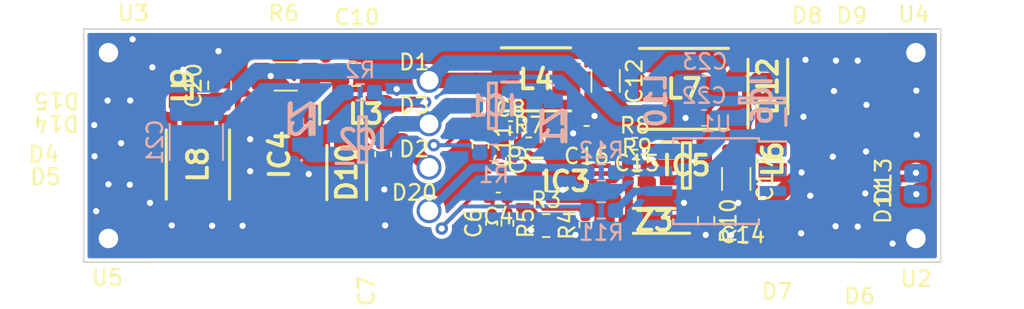
<source format=kicad_pcb>
(kicad_pcb (version 20211014) (generator pcbnew)
  (layers (0 "F.Cu" signal) (1 "In1.Cu" signal) (2 "In2.Cu" signal) (31 "B.Cu" signal) (34 "B.Paste" user) (35 "F.Paste" user) (36 "B.SilkS" user "B.Silkscreen") (37 "F.SilkS" user "F.Silkscreen") (38 "B.Mask" user) (39 "F.Mask" user) (44 "Edge.Cuts" user))
  (net 0 "")
  (net 1 "GND")
  (net 2 "Net-(C11-Pad1)")
  (net 3 "Net-(C4-Pad1)")
  (net 4 "Net-(C4-Pad2)")
  (net 5 "Net-(C6-Pad1)")
  (net 6 "Net-(C7-Pad1)")
  (net 7 "Net-(C8-Pad2)")
  (net 8 "Net-(C9-Pad2)")
  (net 9 "Net-(C10-Pad1)")
  (net 10 "Net-(C12-Pad1)")
  (net 11 "Net-(C14-Pad1)")
  (net 12 "Net-(C15-Pad1)")
  (net 13 "Net-(C17-Pad1)")
  (net 14 "Net-(C20-Pad1)")
  (net 15 "Net-(C22-Pad1)")
  (net 16 "Net-(C23-Pad1)")
  (net 17 "Net-(D3-Pad1)")
  (net 18 "Net-(D4-Pad1)")
  (net 19 "Net-(D5-Pad1)")
  (net 20 "Net-(D7-Pad1)")
  (net 21 "Net-(D10-Pad2)")
  (net 22 "Net-(D11-Pad1)")
  (net 23 "Net-(D12-Pad2)")
  (net 24 "Net-(D13-Pad1)")
  (net 25 "Net-(D15-Pad1)")
  (net 26 "Net-(D20-Pad1)")
  (net 27 "Net-(IC1-Pad1)")
  (net 28 "Net-(IC2-Pad1)")
  (net 29 "Net-(IC3-Pad3)")
  (net 30 "Net-(IC3-Pad8)")
  (net 33 "Net-(IC5-Pad1)")
  (net 34 "Net-(IC5-Pad2)")
  (net 35 "Net-(R11-Pad2)")
  (net 36 "Net-(R12-Pad1)")
  (net 41 "Net-(C16-Pad1)")
  (footprint "libraries:Wire_Pad_01" (layer "F.Cu") (at 102.9716 103.6574 180)
    (fp_text reference "D15")
    (fp_text value "Wire_Pad_01")
  )
  (footprint "Capacitor_SMD:C_0603_1608Metric_Pad1.08x0.95mm_HandSolder" (layer "F.Cu") (at 132.2832 105.801 180)
    (fp_text reference "C16")
    (fp_text value "C")
  )
  (footprint "libraries:INDPM5752X300N" (layer "F.Cu") (at 138.5316 102.9054)
    (fp_text reference "L7")
    (fp_text value "SRP7050AA-220M" hide)
  )
  (footprint "libraries:SOIC127P600X175-9N" (layer "F.Cu") (at 112.5728 107.1372 -90)
    (fp_text reference "IC4")
    (fp_text value "PAM2863ECR" hide)
  )
  (footprint "libraries:INDC2016X80N" (layer "F.Cu") (at 117.856 104.267 180)
    (fp_text reference "L3")
    (fp_text value "SRP4020TA-100M" hide)
  )
  (footprint "Resistor_SMD:R_0603_1608Metric_Pad0.98x0.95mm_HandSolder" (layer "F.Cu") (at 139.954 111.389 -90)
    (fp_text reference "R10")
    (fp_text value "R")
  )
  (footprint "Capacitor_SMD:C_0402_1005Metric_Pad0.74x0.62mm_HandSolder" (layer "F.Cu") (at 126.746 107.452 -90)
    (fp_text reference "C9")
    (fp_text value "C")
  )
  (footprint "mount_holes:Hole_screw_M1p2" (layer "F.Cu") (at 153.416 112.522)
    (fp_text reference "U2")
    (fp_text value "Mounting_Hole_M2")
  )
  (footprint "Capacitor_SMD:C_0805_2012Metric_Pad1.18x1.45mm_HandSolder" (layer "F.Cu") (at 117.5004 101.981)
    (fp_text reference "C10")
    (fp_text value "C")
  )
  (footprint "Resistor_SMD:R_0402_1005Metric_Pad0.72x0.64mm_HandSolder" (layer "F.Cu") (at 127.2032 111.5447 -90)
    (fp_text reference "R5")
    (fp_text value "R")
  )
  (footprint "libraries:Wire_Pad_01" (layer "F.Cu") (at 102.9716 109.0422)
    (fp_text reference "D5")
    (fp_text value "Wire_Pad_01")
  )
  (footprint "libraries:Wire_Pad_01" (layer "F.Cu") (at 148.2598 111.7092)
    (fp_text reference "D7")
    (fp_text value "Wire_Pad_01")
  )
  (footprint "libraries:SOP50P490X110-11N" (layer "F.Cu") (at 130.937 108.849)
    (fp_text reference "IC3")
    (fp_text value "TPS40211QDGQRQ1" hide)
  )
  (footprint "libraries:WireHole_1p2" (layer "F.Cu") (at 122.174 105.156)
    (fp_text reference "D3")
    (fp_text value "WireHole_1p5")
  )
  (footprint "libraries:WireHole_1p2" (layer "F.Cu") (at 122.174 102.362)
    (fp_text reference "D1")
    (fp_text value "WireHole_1p5")
  )
  (footprint "libraries:Wire_Pad_01" (layer "F.Cu") (at 153.416 108.331 90)
    (fp_text reference "D13")
    (fp_text value "Wire_Pad_01")
  )
  (footprint "Resistor_SMD:R_0402_1005Metric_Pad0.72x0.64mm_HandSolder" (layer "F.Cu") (at 135.509 107.833)
    (fp_text reference "R9")
    (fp_text value "R")
  )
  (footprint "libraries:INDPM4441X200N" (layer "F.Cu") (at 129.032 102.2958)
    (fp_text reference "L4")
    (fp_text value "SRP5030T-100M" hide)
  )
  (footprint "libraries:Wire_Pad_01" (layer "F.Cu") (at 101.5746 103.6574 180)
    (fp_text reference "D14")
    (fp_text value "Wire_Pad_01")
  )
  (footprint "libraries:SODFL4626X120N" (layer "F.Cu") (at 116.8908 108.2802 -90)
    (fp_text reference "D10")
    (fp_text value "SS36" hide)
  )
  (footprint "libraries:WireHole_1p2" (layer "F.Cu") (at 122.174 107.95)
    (fp_text reference "D2")
    (fp_text value "WireHole_1p5")
  )
  (footprint "libraries:INDPM4441X200N" (layer "F.Cu") (at 107.3404 107.7722 90)
    (fp_text reference "L8")
    (fp_text value "SRP4020TA-100M" hide)
  )
  (footprint "Resistor_SMD:R_1206_3216Metric_Pad1.30x1.75mm_HandSolder" (layer "F.Cu") (at 112.9792 102.108)
    (fp_text reference "R6")
    (fp_text value "R")
  )
  (footprint "libraries:SOT95P251X112-3N" (layer "F.Cu") (at 138.684 107.833)
    (fp_text reference "IC5")
    (fp_text value "FDN8601" hide)
  )
  (footprint "Capacitor_SMD:C_0603_1608Metric_Pad1.08x0.95mm_HandSolder" (layer "F.Cu") (at 142.4432 112.3034 180)
    (fp_text reference "C14")
    (fp_text value "C")
  )
  (footprint "Capacitor_SMD:C_1206_3216Metric_Pad1.33x1.80mm_HandSolder" (layer "F.Cu") (at 133.5024 102.3974 -90)
    (fp_text reference "C12")
    (fp_text value "C")
  )
  (footprint "Capacitor_SMD:C_0402_1005Metric_Pad0.74x0.62mm_HandSolder" (layer "F.Cu") (at 126.619 109.9312 180)
    (fp_text reference "C4")
    (fp_text value "C")
  )
  (footprint "libraries:Wire_Pad_01" (layer "F.Cu") (at 149.6822 111.7346)
    (fp_text reference "D6")
    (fp_text value "Wire_Pad_01")
  )
  (footprint "Capacitor_SMD:C_0402_1005Metric_Pad0.74x0.62mm_HandSolder" (layer "F.Cu") (at 126.1872 111.5314 90)
    (fp_text reference "C6")
    (fp_text value "C")
  )
  (footprint "libraries:INDC2016X80N" (layer "F.Cu") (at 106.3752 102.6922 90)
    (fp_text reference "L9")
    (fp_text value "TFM201610ALC-R47MTAA" hide)
  )
  (footprint "libraries:Wire_Pad_01" (layer "F.Cu") (at 101.6 109.0422)
    (fp_text reference "D4")
    (fp_text value "Wire_Pad_01")
  )
  (footprint "Capacitor_SMD:C_0402_1005Metric_Pad0.74x0.62mm_HandSolder" (layer "F.Cu") (at 127.4064 105.3438)
    (fp_text reference "C8")
    (fp_text value "C")
  )
  (footprint "mount_holes:Hole_screw_M1p2" (layer "F.Cu") (at 101.6 112.522)
    (fp_text reference "U5")
    (fp_text value "Mounting_Hole_M2")
  )
  (footprint "Capacitor_SMD:C_0603_1608Metric_Pad1.08x0.95mm_HandSolder" (layer "F.Cu") (at 119.2276 107.1118 -90)
    (fp_text reference "C7")
    (fp_text value "C")
  )
  (footprint "mount_holes:Hole_screw_M1p2" (layer "F.Cu") (at 153.416 100.584)
    (fp_text reference "U4")
    (fp_text value "Mounting_Hole_M2")
  )
  (footprint "mount_holes:Hole_screw_M1p2" (layer "F.Cu") (at 101.6 100.584)
    (fp_text reference "U3")
    (fp_text value "Mounting_Hole_M2")
  )
  (footprint "Resistor_SMD:R_0402_1005Metric_Pad0.72x0.64mm_HandSolder" (layer "F.Cu") (at 135.382 106.436)
    (fp_text reference "R8")
    (fp_text value "R")
  )
  (footprint "libraries:WireHole_1p2" (layer "F.Cu") (at 122.174 110.744)
    (fp_text reference "D20")
    (fp_text value "WireHole_1p5")
  )
  (footprint "Resistor_SMD:R_0402_1005Metric_Pad0.72x0.64mm_HandSolder" (layer "F.Cu") (at 128.5748 106.4106)
    (fp_text reference "R7")
    (fp_text value "R")
  )
  (footprint "libraries:Wire_Pad_01" (layer "F.Cu") (at 148.2598 101.092)
    (fp_text reference "D8")
    (fp_text value "Wire_Pad_01")
  )
  (footprint "libraries:SOD3616X130N" (layer "F.Cu") (at 136.6196 111.389 180)
    (fp_text reference "Z3")
    (fp_text value "BZT52-C5V1J" hide)
  )
  (footprint "Capacitor_SMD:C_0805_2012Metric_Pad1.18x1.45mm_HandSolder" (layer "F.Cu") (at 108.7374 102.6922 90)
    (fp_text reference "C20")
    (fp_text value "C")
  )
  (footprint "Capacitor_SMD:C_0402_1005Metric_Pad0.74x0.62mm_HandSolder" (layer "F.Cu") (at 135.509 108.849)
    (fp_text reference "C15")
    (fp_text value "C")
  )
  (footprint "libraries:Wire_Pad_01" (layer "F.Cu") (at 153.3906 109.6772 90)
    (fp_text reference "D11")
    (fp_text value "Wire_Pad_01")
  )
  (footprint "libraries:Wire_Pad_01" (layer "F.Cu") (at 149.7076 101.092)
    (fp_text reference "D9")
    (fp_text value "Wire_Pad_01")
  )
  (footprint "libraries:SODFL4626X120N" (layer "F.Cu") (at 143.9164 102.753 90)
    (fp_text reference "D12")
    (fp_text value "SS36" hide)
  )
  (footprint "Resistor_SMD:R_0402_1005Metric_Pad0.72x0.64mm_HandSolder" (layer "F.Cu") (at 132.207 111.643 90)
    (fp_text reference "R4")
    (fp_text value "R")
  )
  (footprint "Capacitor_SMD:C_0603_1608Metric_Pad1.08x0.95mm_HandSolder" (layer "F.Cu") (at 125.476 106.563 -90)
    (fp_text reference "C11")
    (fp_text value "C")
  )
  (footprint "Capacitor_SMD:C_1206_3216Metric_Pad1.33x1.80mm_HandSolder" (layer "F.Cu") (at 141.8844 108.6966 -90)
    (fp_text reference "C17")
    (fp_text value "C")
  )
  (footprint "libraries:INDC2016X80N" (layer "F.Cu") (at 144.2212 107.4266 90)
    (fp_text reference "L6")
    (fp_text value "TFM201610ALC-R47MTAA" hide)
  )
  (footprint "Resistor_SMD:R_0805_2012Metric_Pad1.20x1.40mm_HandSolder" (layer "F.Cu") (at 129.6924 111.6938)
    (fp_text reference "R3")
    (fp_text value "R")
  )
  (footprint "Resistor_SMD:R_0603_1608Metric_Pad0.98x0.95mm_HandSolder" (layer "B.Cu") (at 126.3415 107.0102)
    (fp_text reference "R1")
    (fp_text value "R")
  )
  (footprint "Capacitor_SMD:C_1812_4532Metric_Pad1.57x3.40mm_HandSolder" (layer "B.Cu") (at 107.2388 106.3244 -90)
    (fp_text reference "C21")
    (fp_text value "C")
  )
  (footprint "Capacitor_SMD:C_0603_1608Metric_Pad1.08x0.95mm_HandSolder" (layer "B.Cu") (at 139.827 104.775 180)
    (fp_text reference "C22")
    (fp_text value "C")
  )
  (footprint "Resistor_SMD:R_0603_1608Metric_Pad0.98x0.95mm_HandSolder" (layer "B.Cu") (at 133.223 108.2802 180)
    (fp_text reference "R12")
    (fp_text value "R")
  )
  (footprint "libraries:SOT95P251X112-3N" (layer "B.Cu") (at 117.9068 106.172)
    (fp_text reference "IC2")
    (fp_text value "FDN8601" hide)
  )
  (footprint "libraries:INDC2016X80N" (layer "B.Cu") (at 136.7282 103.6574 90)
    (fp_text reference "L10")
    (fp_text value "TFM201610ALC-R47MTAA" hide)
  )
  (footprint "libraries:SOT95P251X112-3N" (layer "B.Cu") (at 126.24055 103.9978 180)
    (fp_text reference "IC1")
    (fp_text value "FDN8601" hide)
  )
  (footprint "Package_SO:SOIC-8W_5.3x5.3mm_P1.27mm" (layer "B.Cu") (at 140.589 108.839 180)
    (fp_text reference "U1")
    (fp_text value "ATtiny25-20S")
  )
  (footprint "libraries:BZT52C12J" (layer "B.Cu") (at 130.15215 105.3186 -90)
    (fp_text reference "Z1")
    (fp_text value "BZT52-C12J" hide)
  )
  (footprint "Resistor_SMD:R_0603_1608Metric_Pad0.98x0.95mm_HandSolder" (layer "B.Cu") (at 117.7544 103.124 180)
    (fp_text reference "R2")
    (fp_text value "R")
  )
  (footprint "libraries:BZT52C12J" (layer "B.Cu") (at 113.9952 104.8512 90)
    (fp_text reference "Z2")
    (fp_text value "BZT52-C12J" hide)
  )
  (footprint "Resistor_SMD:R_0603_1608Metric_Pad0.98x0.95mm_HandSolder" (layer "B.Cu") (at 133.223 110.7186)
    (fp_text reference "R11")
    (fp_text value "R")
  )
  (footprint "Capacitor_SMD:C_0603_1608Metric_Pad1.08x0.95mm_HandSolder" (layer "B.Cu") (at 139.8778 102.5906 180)
    (fp_text reference "C23")
    (fp_text value "C")
  )
  (footprint "libraries:SOT96P240X110-3N" (layer "B.Cu") (at 143.5354 103.6574 90)
    (fp_text reference "IC6")
    (fp_text value "ZXTR2105FQ-7" hide)
  )
  (gr_line (start 100.008 114.046) (end 155.008 114.046) (layer "Edge.Cuts") (width 0.1))
  (gr_line (start 155.008 114.046) (end 155.008 99.06) (layer "Edge.Cuts") (width 0.1))
  (gr_line (start 100.008 99.06) (end 155.008 99.06) (layer "Edge.Cuts") (width 0.1))
  (gr_line (start 100.008 99.06) (end 100.008 114.046) (layer "Edge.Cuts") (width 0.1))
  (via (at 130.7592 109.3978) (size 0.8) (drill 0.4) (layers "F.Cu" "B.Cu") (net 1))
  (via (at 114.4524 108.3818) (size 0.8) (drill 0.4) (layers "F.Cu" "B.Cu") (net 1))
  (via (at 128.7272 111.9886) (size 0.8) (drill 0.4) (layers "F.Cu" "B.Cu") (net 1))
  (via (at 146.05 112.1918) (size 0.8) (drill 0.4) (layers "F.Cu" "B.Cu") (net 1))
  (via (at 146.3294 101.0412) (size 0.8) (drill 0.4) (layers "F.Cu" "B.Cu") (net 1))
  (via (at 138.5316 110.236) (size 0.8) (drill 0.4) (layers "F.Cu" "B.Cu") (net 1))
  (via (at 110.6932 108.204) (size 0.8) (drill 0.4) (layers "F.Cu" "B.Cu") (net 1))
  (via (at 146.2024 104.6988) (size 0.8) (drill 0.4) (layers "F.Cu" "B.Cu") (net 1))
  (via (at 100.6856 105.2322) (size 0.8) (drill 0.4) (layers "F.Cu" "B.Cu") (net 1))
  (via (at 131.4196 105.7656) (size 0.8) (drill 0.4) (layers "F.Cu" "B.Cu") (net 1))
  (via (at 150.241 103.9368) (size 0.8) (drill 0.4) (layers "F.Cu" "B.Cu") (net 1))
  (via (at 104.267 110.236) (size 0.8) (drill 0.4) (layers "F.Cu" "B.Cu") (net 1))
  (via (at 119.3546 111.6838) (size 0.8) (drill 0.4) (layers "F.Cu" "B.Cu") (net 1))
  (via (at 139.9286 112.2934) (size 0.8) (drill 0.4) (layers "F.Cu" "B.Cu") (net 1))
  (via (at 104.4194 101.5238) (size 0.8) (drill 0.4) (layers "F.Cu" "B.Cu") (net 1))
  (via (at 108.6612 100.4824) (size 0.8) (drill 0.4) (layers "F.Cu" "B.Cu") (net 1))
  (via (at 151.9174 112.8522) (size 0.8) (drill 0.4) (layers "F.Cu" "B.Cu") (net 1))
  (via (at 105.664 111.6838) (size 0.8) (drill 0.4) (layers "F.Cu" "B.Cu") (net 1))
  (via (at 153.4414 103.0224) (size 0.8) (drill 0.4) (layers "F.Cu" "B.Cu") (net 1))
  (via (at 103.1494 99.7204) (size 0.8) (drill 0.4) (layers "F.Cu" "B.Cu") (net 1))
  (via (at 110.2106 111.7092) (size 0.8) (drill 0.4) (layers "F.Cu" "B.Cu") (net 1))
  (via (at 150.2156 106.934) (size 0.8) (drill 0.4) (layers "F.Cu" "B.Cu") (net 1))
  (via (at 141.5542 112.3188) (size 0.8) (drill 0.4) (layers "F.Cu" "B.Cu") (net 1))
  (via (at 102.4128 106.4006) (size 0.8) (drill 0.4) (layers "F.Cu" "B.Cu") (net 1))
  (via (at 110.6932 106.1466) (size 0.8) (drill 0.4) (layers "F.Cu" "B.Cu") (net 1))
  (via (at 148.082 107.2642) (size 0.8) (drill 0.4) (layers "F.Cu" "B.Cu") (net 1))
  (via (at 153.4668 105.8672) (size 0.8) (drill 0.4) (layers "F.Cu" "B.Cu") (net 1))
  (via (at 100.711 107.2388) (size 0.8) (drill 0.4) (layers "F.Cu" "B.Cu") (net 1))
  (via (at 146.6342 109.7788) (size 0.8) (drill 0.4) (layers "F.Cu" "B.Cu") (net 1))
  (via (at 108.2548 111.7092) (size 0.8) (drill 0.4) (layers "F.Cu" "B.Cu") (net 1))
  (via (at 148.1582 103.0478) (size 0.8) (drill 0.4) (layers "F.Cu" "B.Cu") (net 1))
  (via (at 150.1648 109.6264) (size 0.8) (drill 0.4) (layers "F.Cu" "B.Cu") (net 1))
  (via (at 119.3038 109.3724) (size 0.8) (drill 0.4) (layers "F.Cu" "B.Cu") (net 1))
  (via (at 142.0114 110.236) (size 0.8) (drill 0.4) (layers "F.Cu" "B.Cu") (net 1))
  (via (at 132.7912 104.648) (size 0.8) (drill 0.4) (layers "F.Cu" "B.Cu") (net 1))
  (via (at 138.6332 104.775) (size 0.8) (drill 0.4) (layers "F.Cu" "B.Cu") (net 1))
  (via (at 100.8126 110.7694) (size 0.8) (drill 0.4) (layers "F.Cu" "B.Cu") (net 1))
  (via (at 120.0912 102.9208) (size 0.8) (drill 0.4) (layers "F.Cu" "B.Cu") (net 1))
  (segment (start 127.0158 102.362) (end 125.1458 102.362) (width 1) (layer "F.Cu") (net 2))
  (segment (start 125.1458 102.362) (end 122.174 102.362) (width 1) (layer "F.Cu") (net 2))
  (segment (start 125.4633 104.3051) (end 125.4633 102.6795) (width 0.25) (layer "F.Cu") (net 2))
  (segment (start 123.2408 106.5276) (end 125.4633 104.3051) (width 0.25) (layer "F.Cu") (net 2))
  (segment (start 127.082 102.2958) (end 127.0158 102.362) (width 1) (layer "F.Cu") (net 2))
  (segment (start 125.4633 102.6795) (end 125.1458 102.362) (width 0.25) (layer "F.Cu") (net 2))
  (segment (start 122.4788 106.5276) (end 123.2408 106.5276) (width 0.25) (layer "F.Cu") (net 2))
  (via (at 122.4788 106.5276) (size 0.8) (drill 0.4) (layers "F.Cu" "B.Cu") (net 2))
  (segment (start 122.174 102.3112) (end 122.174 102.362) (width 1) (layer "B.Cu") (net 2))
  (segment (start 108.6397 104.1869) (end 111.0488 101.7778) (width 1) (layer "B.Cu") (net 2))
  (segment (start 122.4788 106.5276) (end 124.80985 106.5276) (width 0.25) (layer "B.Cu") (net 2))
  (segment (start 124.80985 106.5276) (end 125.42965 107.1474) (width 0.25) (layer "B.Cu") (net 2))
  (segment (start 136.7282 104.5074) (end 134.3016 104.5074) (width 1) (layer "B.Cu") (net 2))
  (segment (start 107.2388 104.1869) (end 108.6397 104.1869) (width 1) (layer "B.Cu") (net 2))
  (segment (start 123.2408 101.2444) (end 122.174 102.3112) (width 1) (layer "B.Cu") (net 2))
  (segment (start 134.3016 104.5074) (end 131.0386 101.2444) (width 1) (layer "B.Cu") (net 2))
  (segment (start 111.0488 101.7778) (end 121.5898 101.7778) (width 1) (layer "B.Cu") (net 2))
  (segment (start 131.0386 101.2444) (end 123.2408 101.2444) (width 1) (layer "B.Cu") (net 2))
  (segment (start 121.5898 101.7778) (end 122.174 102.362) (width 1) (layer "B.Cu") (net 2))
  (segment (start 129.50648 110.61848) (end 128.737 109.849) (width 0.25) (layer "F.Cu") (net 3))
  (segment (start 128.721 109.865) (end 128.737 109.849) (width 0.25) (layer "F.Cu") (net 3))
  (segment (start 127.1865 110.7627) (end 127.254 110.8302) (width 0.25) (layer "F.Cu") (net 3))
  (segment (start 127.1865 109.865) (end 128.721 109.865) (width 0.25) (layer "F.Cu") (net 3))
  (segment (start 127.1865 109.7767) (end 127.1865 110.7627) (width 0.25) (layer "F.Cu") (net 3))
  (segment (start 131.77998 110.61848) (end 129.50648 110.61848) (width 0.25) (layer "F.Cu") (net 3))
  (segment (start 132.207 111.0455) (end 131.77998 110.61848) (width 0.25) (layer "F.Cu") (net 3))
  (segment (start 126.238 109.9632) (end 126.0515 109.7767) (width 0.25) (layer "F.Cu") (net 4))
  (segment (start 127.546343 109.2454) (end 127.649943 109.349) (width 0.25) (layer "F.Cu") (net 4))
  (segment (start 126.0515 109.7767) (end 126.5828 109.2454) (width 0.25) (layer "F.Cu") (net 4))
  (segment (start 126.238 110.8602) (end 126.238 109.9632) (width 0.25) (layer "F.Cu") (net 4))
  (segment (start 127.649943 109.349) (end 128.737 109.349) (width 0.25) (layer "F.Cu") (net 4))
  (segment (start 126.5828 109.2454) (end 127.546343 109.2454) (width 0.25) (layer "F.Cu") (net 4))
  (segment (start 127.254 112.0252) (end 126.268 112.0252) (width 0.25) (layer "F.Cu") (net 5))
  (segment (start 126.268 112.0252) (end 126.238 111.9952) (width 0.25) (layer "F.Cu") (net 5))
  (segment (start 120.6246 103.759) (end 120.363289 104.020311) (width 0.7) (layer "F.Cu") (net 6))
  (segment (start 119.425256 103.8098) (end 119.1632 103.8098) (width 1) (layer "F.Cu") (net 6))
  (segment (start 122.174 107.95) (end 120.4733 106.2493) (width 1) (layer "F.Cu") (net 6))
  (segment (start 118.706 105.7277) (end 119.2276 106.2493) (width 1) (layer "F.Cu") (net 6))
  (segment (start 120.4733 106.2493) (end 119.2276 106.2493) (width 1) (layer "F.Cu") (net 6))
  (segment (start 119.635767 104.020311) (end 119.425256 103.8098) (width 1) (layer "F.Cu") (net 6))
  (segment (start 119.1632 103.8098) (end 118.706 104.267) (width 1) (layer "F.Cu") (net 6))
  (segment (start 118.706 104.267) (end 118.706 105.7277) (width 1) (layer "F.Cu") (net 6))
  (segment (start 121.92 103.759) (end 120.6246 103.759) (width 0.7) (layer "F.Cu") (net 6))
  (segment (start 120.363289 104.020311) (end 119.635767 104.020311) (width 0.7) (layer "F.Cu") (net 6))
  (via (at 121.92 103.759) (size 0.8) (drill 0.4) (layers "F.Cu" "B.Cu") (net 6))
  (segment (start 121.908689 103.770311) (end 119.313211 103.770311) (width 0.5) (layer "B.Cu") (net 6))
  (segment (start 119.313211 103.770311) (end 118.6669 103.124) (width 0.5) (layer "B.Cu") (net 6))
  (segment (start 121.92 103.759) (end 121.908689 103.770311) (width 0.5) (layer "B.Cu") (net 6))
  (segment (start 127.9739 106.4072) (end 127.9773 106.4106) (width 0.25) (layer "F.Cu") (net 7))
  (segment (start 127.9773 106.4106) (end 127.9773 107.0893) (width 0.25) (layer "F.Cu") (net 7))
  (segment (start 127.9773 107.0893) (end 128.737 107.849) (width 0.25) (layer "F.Cu") (net 7))
  (segment (start 127.9739 105.3438) (end 127.9739 106.4072) (width 0.25) (layer "F.Cu") (net 7))
  (segment (start 127.577499 108.0195) (end 126.746 108.0195) (width 0.25) (layer "F.Cu") (net 8))
  (segment (start 128.737 108.349) (end 127.906999 108.349) (width 0.25) (layer "F.Cu") (net 8))
  (segment (start 127.906999 108.349) (end 127.577499 108.0195) (width 0.25) (layer "F.Cu") (net 8))
  (segment (start 114.4778 104.4252) (end 116.8478 104.4252) (width 1) (layer "F.Cu") (net 9))
  (segment (start 116.4629 101.981) (end 114.6562 101.981) (width 1) (layer "F.Cu") (net 9))
  (segment (start 116.8908 106.3802) (end 116.8908 104.3822) (width 1) (layer "F.Cu") (net 9))
  (segment (start 116.4629 103.6867) (end 116.4629 101.981) (width 1) (layer "F.Cu") (net 9))
  (segment (start 117.006 104.267) (end 117.006 104.2298) (width 1) (layer "F.Cu") (net 9))
  (segment (start 116.8478 104.4252) (end 117.006 104.267) (width 1) (layer "F.Cu") (net 9))
  (segment (start 116.8908 104.3822) (end 117.006 104.267) (width 1) (layer "F.Cu") (net 9))
  (segment (start 114.6562 101.981) (end 114.5292 102.108) (width 1) (layer "F.Cu") (net 9))
  (segment (start 117.006 104.2298) (end 116.4629 103.6867) (width 1) (layer "F.Cu") (net 9))
  (segment (start 133.5024 102.0418) (end 133.7564 102.2958) (width 1) (layer "F.Cu") (net 10))
  (segment (start 133.5024 100.8349) (end 133.5024 102.0418) (width 1) (layer "F.Cu") (net 10))
  (segment (start 130.982 102.2958) (end 133.7564 102.2958) (width 1) (layer "F.Cu") (net 10))
  (segment (start 133.7564 102.2958) (end 135.522 102.2958) (width 1) (layer "F.Cu") (net 10))
  (segment (start 135.522 102.2958) (end 136.1316 102.9054) (width 1) (layer "F.Cu") (net 10))
  (segment (start 146.0754 108.2802) (end 144.2212 110.1344) (width 1) (layer "F.Cu") (net 11))
  (segment (start 144.2212 110.1344) (end 144.2212 111.3879) (width 1) (layer "F.Cu") (net 11))
  (segment (start 144.2212 111.3879) (end 143.3057 112.3034) (width 1) (layer "F.Cu") (net 11))
  (via blind (at 146.0754 108.2802) (size 0.8) (drill 0.4) (layers "F.Cu" "In1.Cu") (net 11))
  (via blind (at 149.6822 101.092) (size 0.8) (drill 0.4) (layers "F.Cu" "In1.Cu") (net 11))
  (segment (start 134.9836 109.349) (end 135.0264 109.3062) (width 0.25) (layer "F.Cu") (net 12))
  (segment (start 135.002 108.9095) (end 134.9415 108.849) (width 0.5) (layer "F.Cu") (net 12))
  (segment (start 134.9115 108.819) (end 134.9415 108.849) (width 0.25) (layer "F.Cu") (net 12))
  (segment (start 134.9115 107.833) (end 134.9115 108.819) (width 0.5) (layer "F.Cu") (net 12))
  (segment (start 135.002 111.389) (end 135.002 108.9095) (width 0.5) (layer "F.Cu") (net 12))
  (segment (start 133.137 109.349) (end 134.9836 109.349) (width 0.25) (layer "F.Cu") (net 12))
  (segment (start 143.1544 110.864093) (end 143.1544 109.201111) (width 0.25) (layer "F.Cu") (net 13))
  (segment (start 142.629493 111.389) (end 143.1544 110.864093) (width 0.25) (layer "F.Cu") (net 13))
  (segment (start 141.8844 107.931111) (end 141.8844 107.1341) (width 0.25) (layer "F.Cu") (net 13))
  (segment (start 143.9164 104.653) (end 143.9164 106.2718) (width 1) (layer "F.Cu") (net 13))
  (segment (start 138.302 111.389) (end 142.629493 111.389) (width 0.25) (layer "F.Cu") (net 13))
  (segment (start 141.8844 107.1341) (end 142.4419 106.5766) (width 0.25) (layer "F.Cu") (net 13))
  (segment (start 143.9164 106.2718) (end 144.2212 106.5766) (width 1) (layer "F.Cu") (net 13))
  (segment (start 142.4419 106.5766) (end 144.13748 106.5766) (width 1) (layer "F.Cu") (net 13))
  (segment (start 143.1544 109.201111) (end 141.8844 107.931111) (width 0.25) (layer "F.Cu") (net 13))
  (segment (start 107.3404 103.759) (end 107.3697 103.7297) (width 1) (layer "F.Cu") (net 14))
  (segment (start 107.3697 103.7297) (end 106.5627 103.7297) (width 1) (layer "F.Cu") (net 14))
  (segment (start 108.7374 103.7297) (end 107.3697 103.7297) (width 1) (layer "F.Cu") (net 14))
  (segment (start 106.5627 103.7297) (end 106.3752 103.5422) (width 1) (layer "F.Cu") (net 14))
  (segment (start 107.3404 105.8222) (end 107.3404 103.759) (width 1) (layer "F.Cu") (net 14))
  (segment (start 136.939 106.934) (end 139.8524 106.934) (width 1) (layer "B.Cu") (net 15))
  (segment (start 140.6906 104.7761) (end 140.6895 104.775) (width 1) (layer "B.Cu") (net 15))
  (segment (start 142.2822 104.7074) (end 142.5754 104.7074) (width 1) (layer "B.Cu") (net 15))
  (segment (start 142.2146 104.775) (end 142.2822 104.7074) (width 1) (layer "B.Cu") (net 15))
  (segment (start 139.8524 106.934) (end 140.6906 106.0958) (width 1) (layer "B.Cu") (net 15))
  (segment (start 140.6895 104.775) (end 142.2146 104.775) (width 1) (layer "B.Cu") (net 15))
  (segment (start 140.6906 106.0958) (end 140.6906 104.7761) (width 1) (layer "B.Cu") (net 15))
  (segment (start 137.7442 101.219) (end 140.1318 101.219) (width 1) (layer "B.Cu") (net 16))
  (segment (start 140.1318 101.219) (end 140.7403 101.8275) (width 1) (layer "B.Cu") (net 16))
  (segment (start 136.7282 102.235) (end 137.7442 101.219) (width 1) (layer "B.Cu") (net 16))
  (segment (start 140.7403 101.8275) (end 140.7403 102.5906) (width 1) (layer "B.Cu") (net 16))
  (segment (start 136.7282 102.8074) (end 136.7282 102.235) (width 1) (layer "B.Cu") (net 16))
  (segment (start 143.5186 102.5906) (end 143.5354 102.6074) (width 1) (layer "B.Cu") (net 16))
  (segment (start 140.7403 102.5906) (end 143.5186 102.5906) (width 1) (layer "B.Cu") (net 16))
  (segment (start 120.65 105.156) (end 120.0728 105.156) (width 1) (layer "B.Cu") (net 17))
  (segment (start 123.8402 103.9978) (end 123.3322 103.9978) (width 1) (layer "B.Cu") (net 17))
  (segment (start 122.174 105.156) (end 120.65 105.156) (width 1) (layer "B.Cu") (net 17))
  (segment (start 123.3322 103.9978) (end 122.174 105.156) (width 1) (layer "B.Cu") (net 17))
  (segment (start 125.09055 103.9978) (end 123.8402 103.9978) (width 1) (layer "B.Cu") (net 17))
  (segment (start 120.0728 105.156) (end 119.0568 106.172) (width 1) (layer "B.Cu") (net 17))
  (segment (start 130.667 111.643) (end 131.3274 112.3034) (width 0.25) (layer "F.Cu") (net 18))
  (segment (start 132.1441 112.3034) (end 132.207 112.2405) (width 0.25) (layer "F.Cu") (net 18))
  (segment (start 131.3274 112.3034) (end 132.1441 112.3034) (width 0.25) (layer "F.Cu") (net 18))
  (via blind (at 131.572 112.2934) (size 0.8) (drill 0.4) (layers "F.Cu" "In1.Cu") (remove_unused_layers) (net 18))
  (via blind (at 101.6 109.0422) (size 0.8) (drill 0.4) (layers "F.Cu" "In1.Cu") (net 18))
  (segment (start 104.521 113.1824) (end 103.6828 112.3442) (width 0.5) (layer "F.Cu") (net 19))
  (segment (start 103.6828 112.3442) (end 103.6828 111.1504) (width 0.5) (layer "F.Cu") (net 19))
  (segment (start 138.6586 113.1824) (end 104.521 113.1824) (width 0.5) (layer "F.Cu") (net 19))
  (segment (start 103.6828 111.1504) (end 103.6574 111.1504) (width 0.5) (layer "F.Cu") (net 19))
  (segment (start 149.0726 113.3602) (end 138.8364 113.3602) (width 0.5) (layer "F.Cu") (net 19))
  (segment (start 138.8364 113.3602) (end 138.6586 113.1824) (width 0.5) (layer "F.Cu") (net 19))
  (segment (start 102.9716 110.4646) (end 102.9716 109.0676) (width 0.5) (layer "F.Cu") (net 19))
  (segment (start 149.6822 111.76) (end 149.6822 112.7506) (width 0.5) (layer "F.Cu") (net 19))
  (segment (start 149.6822 112.7506) (end 149.0726 113.3602) (width 0.5) (layer "F.Cu") (net 19))
  (segment (start 103.6574 111.1504) (end 102.9716 110.4646) (width 0.5) (layer "F.Cu") (net 19))
  (via blind (at 149.6822 111.76) (size 0.8) (drill 0.4) (layers "F.Cu" "In1.Cu") (net 19))
  (via blind (at 102.9716 109.0676) (size 0.8) (drill 0.4) (layers "F.Cu" "In1.Cu") (net 19))
  (segment (start 147.9648 111.4962) (end 147.9648 111.7346) (width 0.5) (layer "F.Cu") (net 20))
  (segment (start 148.971 110.49) (end 147.9648 111.4962) (width 0.5) (layer "F.Cu") (net 20))
  (segment (start 148.2852 101.092) (end 148.2852 101.479581) (width 0.5) (layer "F.Cu") (net 20))
  (segment (start 148.2852 101.479581) (end 148.971 102.165381) (width 0.5) (layer "F.Cu") (net 20))
  (segment (start 148.971 102.165381) (end 148.971 110.49) (width 0.5) (layer "F.Cu") (net 20))
  (via blind (at 148.2598 111.7346) (size 0.8) (drill 0.4) (layers "F.Cu" "In1.Cu") (net 20))
  (via blind (at 148.2852 101.092) (size 0.8) (drill 0.4) (layers "F.Cu" "In1.Cu") (net 20))
  (segment (start 116.8908 110.1802) (end 116.8908 110.617) (width 1) (layer "F.Cu") (net 21))
  (segment (start 107.3404 109.7222) (end 110.5408 109.7222) (width 1) (layer "F.Cu") (net 21))
  (segment (start 111.6076 110.1794) (end 111.9378 109.8492) (width 1) (layer "F.Cu") (net 21))
  (segment (start 116.8908 110.617) (end 115.7224 111.7854) (width 1) (layer "F.Cu") (net 21))
  (segment (start 110.6678 109.8492) (end 111.2774 109.8492) (width 1) (layer "F.Cu") (net 21))
  (segment (start 111.6076 111.1758) (end 111.6076 110.1794) (width 1) (layer "F.Cu") (net 21))
  (segment (start 112.2172 111.7854) (end 111.6076 111.1758) (width 1) (layer "F.Cu") (net 21))
  (segment (start 110.5408 109.7222) (end 110.6678 109.8492) (width 1) (layer "F.Cu") (net 21))
  (segment (start 115.7224 111.7854) (end 112.2172 111.7854) (width 1) (layer "F.Cu") (net 21))
  (segment (start 111.2774 109.8492) (end 111.6076 110.1794) (width 1) (layer "F.Cu") (net 21))
  (segment (start 113.2078 103.208678) (end 112.107122 102.108) (width 1) (layer "F.Cu") (net 22))
  (segment (start 112.107122 102.108) (end 111.4292 102.108) (width 1) (layer "F.Cu") (net 22))
  (segment (start 113.2078 104.4252) (end 113.2078 103.208678) (width 1) (layer "F.Cu") (net 22))
  (via blind (at 112.014 102.0826) (size 0.8) (drill 0.4) (layers "F.Cu" "In1.Cu") (net 22))
  (via blind (at 153.4414 109.6772) (size 0.8) (drill 0.4) (layers "In1.Cu" "B.Cu") (net 22))
  (segment (start 140.9316 102.9054) (end 142.984 100.853) (width 1) (layer "F.Cu") (net 23))
  (segment (start 139.834 104.003) (end 140.9316 102.9054) (width 1) (layer "F.Cu") (net 23))
  (segment (start 139.834 107.833) (end 139.834 104.003) (width 1) (layer "F.Cu") (net 23))
  (segment (start 142.984 100.853) (end 143.76248 100.853) (width 1) (layer "F.Cu") (net 23))
  (segment (start 104.755311 99.638489) (end 104.755311 99.663889) (width 0.5) (layer "F.Cu") (net 24))
  (segment (start 152.9588 108.6612) (end 153.416 108.204) (width 0.5) (layer "F.Cu") (net 24))
  (segment (start 101.5746 102.8446) (end 101.5746 103.6574) (width 0.5) (layer "F.Cu") (net 24))
  (segment (start 151.9936 108.6612) (end 152.9588 108.6612) (width 0.5) (layer "F.Cu") (net 24))
  (segment (start 104.755311 99.663889) (end 101.5746 102.8446) (width 0.5) (layer "F.Cu") (net 24))
  (segment (start 151.5872 100.2284) (end 151.5872 108.2548) (width 0.5) (layer "F.Cu") (net 24))
  (segment (start 150.997289 99.638489) (end 104.780711 99.638489) (width 0.5) (layer "F.Cu") (net 24))
  (segment (start 101.5746 103.6574) (end 101.4984 103.6574) (width 0.5) (layer "F.Cu") (net 24))
  (segment (start 101.3968 103.2764) (end 101.3968 103.6574) (width 0.5) (layer "F.Cu") (net 24))
  (segment (start 151.003 99.6442) (end 151.5872 100.2284) (width 0.5) (layer "F.Cu") (net 24))
  (segment (start 151.5872 108.2548) (end 151.9936 108.6612) (width 0.5) (layer "F.Cu") (net 24))
  (via (at 101.5492 103.6574) (size 0.8) (drill 0.4) (layers "F.Cu" "B.Cu") (net 24))
  (via blind (at 153.416 108.3056) (size 0.8) (drill 0.4) (layers "F.Cu" "B.Cu") (net 24))
  (via blind (at 106.4006 101.6762) (size 0.8) (drill 0.4) (layers "F.Cu" "In1.Cu") (net 25))
  (via (at 102.997 103.6574) (size 0.8) (drill 0.4) (layers "F.Cu" "B.Cu") (net 25))
  (segment (start 124.94914 107.96886) (end 122.174 110.744) (width 0.5) (layer "B.Cu") (net 26))
  (segment (start 131.99916 107.96886) (end 124.94914 107.96886) (width 0.5) (layer "B.Cu") (net 26))
  (segment (start 132.3105 108.2802) (end 131.99916 107.96886) (width 0.5) (layer "B.Cu") (net 26))
  (segment (start 129.40345 103.0478) (end 127.39055 103.0478) (width 1) (layer "B.Cu") (net 27))
  (segment (start 130.15215 103.6836) (end 130.03925 103.6836) (width 1) (layer "B.Cu") (net 27))
  (segment (start 130.03925 103.6836) (end 129.40345 103.0478) (width 1) (layer "B.Cu") (net 27))
  (segment (start 128.93105 103.5202) (end 129.40345 103.0478) (width 1) (layer "B.Cu") (net 27))
  (segment (start 128.93105 105.9282) (end 128.93105 103.5202) (width 1) (layer "B.Cu") (net 27))
  (segment (start 127.254 107.0102) (end 127.84905 107.0102) (width 1) (layer "B.Cu") (net 27))
  (segment (start 127.84905 107.0102) (end 128.93105 105.9282) (width 1) (layer "B.Cu") (net 27))
  (segment (start 116.8419 103.124) (end 116.586 103.124) (width 1) (layer "B.Cu") (net 28))
  (segment (start 114.874 104.836) (end 114.874 107.122) (width 1) (layer "B.Cu") (net 28))
  (segment (start 116.586 103.124) (end 114.874 104.836) (width 1) (layer "B.Cu") (net 28))
  (segment (start 116.7568 107.122) (end 114.874 107.122) (width 1) (layer "B.Cu") (net 28))
  (segment (start 114.874 107.122) (end 114.631 107.122) (width 1) (layer "B.Cu") (net 28))
  (segment (start 114.631 107.122) (end 113.9952 106.4862) (width 1) (layer "B.Cu") (net 28))
  (segment (start 126.0602 108.7374) (end 127.674061 108.7374) (width 0.25) (layer "F.Cu") (net 29))
  (segment (start 127.785661 108.849) (end 128.737 108.849) (width 0.25) (layer "F.Cu") (net 29))
  (segment (start 122.9868 111.887) (end 122.9868 111.816801) (width 0.25) (layer "F.Cu") (net 29))
  (segment (start 127.674061 108.7374) (end 127.785661 108.849) (width 0.25) (layer "F.Cu") (net 29))
  (segment (start 122.9868 111.816801) (end 126.058521 108.74508) (width 0.25) (layer "F.Cu") (net 29))
  (via (at 122.9868 111.887) (size 0.8) (drill 0.4) (layers "F.Cu" "B.Cu") (net 29))
  (segment (start 122.9868 111.7854) (end 124.3076 110.4646) (width 0.25) (layer "B.Cu") (net 29))
  (segment (start 132.0565 110.4646) (end 132.3105 110.7186) (width 0.25) (layer "B.Cu") (net 29))
  (segment (start 124.3076 110.4646) (end 132.0565 110.4646) (width 0.25) (layer "B.Cu") (net 29))
  (segment (start 122.9868 111.887) (end 122.9868 111.7854) (width 0.25) (layer "B.Cu") (net 29))
  (segment (start 133.137 108.849) (end 134.112 108.849) (width 0.25) (layer "F.Cu") (net 30))
  (segment (start 134.22948 107.11802) (end 134.7845 106.563) (width 0.25) (layer "F.Cu") (net 30))
  (segment (start 134.112 108.849) (end 134.22948 108.73152) (width 0.25) (layer "F.Cu") (net 30))
  (segment (start 134.22948 108.73152) (end 134.22948 107.11802) (width 0.25) (layer "F.Cu") (net 30))
  (segment (start 137.353 106.883) (end 137.033 106.563) (width 0.25) (layer "F.Cu") (net 33))
  (segment (start 137.534 106.883) (end 137.353 106.883) (width 0.25) (layer "F.Cu") (net 33))
  (segment (start 137.033 106.563) (end 135.9795 106.563) (width 0.25) (layer "F.Cu") (net 33))
  (segment (start 136.1065 107.706) (end 136.271 107.706) (width 0.25) (layer "F.Cu") (net 34))
  (segment (start 137.348 108.783) (end 137.534 108.783) (width 0.25) (layer "F.Cu") (net 34))
  (segment (start 137.534 108.783) (end 138.6047 108.783) (width 0.25) (layer "F.Cu") (net 34))
  (segment (start 138.6047 108.783) (end 139.9915 110.1698) (width 0.25) (layer "F.Cu") (net 34))
  (segment (start 136.271 107.706) (end 137.348 108.783) (width 0.25) (layer "F.Cu") (net 34))
  (segment (start 136.939 109.474) (end 135.3801 109.474) (width 0.5) (layer "B.Cu") (net 35))
  (segment (start 135.3801 109.474) (end 134.1355 110.7186) (width 0.5) (layer "B.Cu") (net 35))
  (segment (start 134.1355 108.2802) (end 136.8628 108.2802) (width 0.5) (layer "B.Cu") (net 36))
  (segment (start 136.8628 108.2802) (end 136.939 108.204) (width 0.5) (layer "B.Cu") (net 36))
  (segment (start 129.1723 106.4106) (end 129.4869 106.7252) (width 0.25) (layer "F.Cu") (net 41))
  (segment (start 133.1457 105.801) (end 133.137 105.8097) (width 0.25) (layer "F.Cu") (net 41))
  (segment (start 133.137 107.7216) (end 133.1468 107.7314) (width 0.5) (layer "F.Cu") (net 41))
  (segment (start 133.137 105.8097) (end 133.137 107.7216) (width 0.5) (layer "F.Cu") (net 41))
  (segment (start 133.1468 107.7314) (end 133.1468 107.8392) (width 0.25) (layer "F.Cu") (net 41))
  (segment (start 129.4869 106.7252) (end 133.137 106.7252) (width 0.25) (layer "F.Cu") (net 41))
  (segment (start 133.1468 107.8392) (end 133.137 107.849) (width 0.25) (layer "F.Cu") (net 41))
  (zone (net 1) (net_name "GND") (layers "F.Cu" "In1.Cu" "In2.Cu" "B.Cu") (connect_pads yes (clearance 0.254)) (min_thickness 0.2) (fill yes (thermal_gap 0.254) (thermal_bridge_width 0.254))
    (polygon (pts (xy 154.9908 114.0206) (xy 100.0252 114.046) (xy 100.0252 99.0854) (xy 154.9908 99.0854)))
  )
)
</source>
